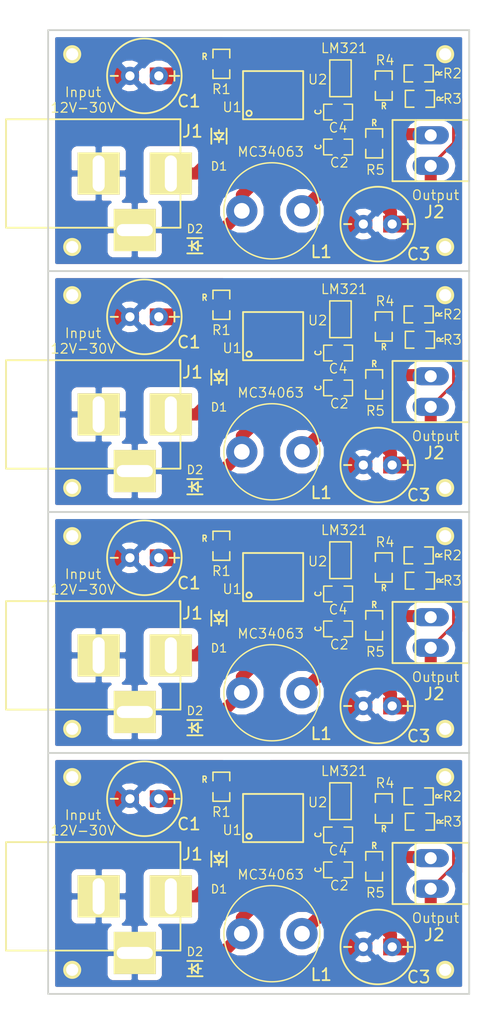
<source format=kicad_pcb>
(kicad_pcb (version 4) (host pcbnew 4.0.7-e2-6376~58~ubuntu14.04.1)
  (layers (0 F.Cu signal) (31 B.Cu signal) (34 B.Paste user) (35 F.Paste user) (36 B.SilkS user) (37 F.SilkS user) (38 B.Mask user hide) (39 F.Mask user hide) (44 Edge.Cuts user))
  (net 0 "")
  (net 1 Earth)
  (net 2 "Net-(C2-Pad1)")
  (net 3 "Net-(C3-Pad1)")
  (net 4 /Vcc)
  (net 5 "Net-(D1-Pad2)")
  (net 6 "Net-(D2-Pad1)")
  (net 7 "Net-(J2-Pad2)")
  (net 8 "Net-(R2-Pad1)")
  (net 9 "Net-(R2-Pad2)")
  (net 10 "Net-(R1-Pad1)")
  (module smps-current-source:RADIAL_TABBED_2.5mm_6.3mm (layer F.Cu) (at 151.4 103.6)
    (fp_text reference C3 (at 3.4 2.5) (layer F.SilkS))
    (fp_text value CP hide)
    (pad 1 smd rect (at 1.2 0) (size 3.5 1.4) (drill (offset 1 0)) (layers F.Cu F.Paste F.Mask) (net 3 "Net-(C3-Pad1)"))
    (pad 2 smd rect (at -1.2 0) (size 3.5 1.4) (drill (offset -1 0)) (layers F.Cu F.Paste F.Mask) (net 1 Earth))
    (pad 2 thru_hole circle (at -1.2 0) (size 1.524 1.524) (drill 0.762) (layers *.Cu *.Mask) (net 1 Earth))
    (pad 1 thru_hole circle (at 1.2 0) (size 1.524 1.524) (drill 0.762) (layers *.Cu *.Mask) (net 3 "Net-(C3-Pad1)"))
  )
  (module smps-current-source:RADIAL_TABBED_2.5mm_6.3mm (layer F.Cu) (at 132 91.3)
    (fp_text reference C1 (at 3.7 2.1) (layer F.SilkS))
    (fp_text value CP hide)
    (pad 1 smd rect (at 1.2 0) (size 3.5 1.4) (drill (offset 1 0)) (layers F.Cu F.Paste F.Mask) (net 4 /Vcc))
    (pad 2 smd rect (at -1.2 0) (size 3.5 1.4) (drill (offset -1 0)) (layers F.Cu F.Paste F.Mask) (net 1 Earth))
    (pad 2 thru_hole circle (at -1.2 0) (size 1.524 1.524) (drill 0.762) (layers *.Cu *.Mask) (net 1 Earth))
    (pad 1 thru_hole circle (at 1.2 0) (size 1.524 1.524) (drill 0.762) (layers *.Cu *.Mask) (net 4 /Vcc))
  )
  (module smps-current-source:SOIC_08_4.0mm_5.0mm_1.27mm (layer F.Cu) (at 142.7 92.9)
    (fp_text reference U1 (at -3.4 1) (layer F.SilkS) (effects (font (size 0.8 0.8) (thickness 0.1))))
    (fp_text value MC34063 (at -0.2 4.7 180) (layer F.SilkS) (effects (font (size 0.8 0.8) (thickness 0.1))))
    (pad 1 smd rect (at -1.905 3.1) (size 0.7 1.6) (layers F.Cu F.Paste F.Mask) (net 4 /Vcc))
    (pad 2 smd rect (at -0.635 3.1) (size 0.7 1.6) (layers F.Cu F.Paste F.Mask) (net 6 "Net-(D2-Pad1)"))
    (pad 3 smd rect (at 0.635 3.1) (size 0.7 1.6) (layers F.Cu F.Paste F.Mask) (net 2 "Net-(C2-Pad1)"))
    (pad 4 smd rect (at 1.905 3.1) (size 0.7 1.6) (layers F.Cu F.Paste F.Mask) (net 1 Earth))
    (pad 5 smd rect (at 1.905 -3.1) (size 0.7 1.6) (layers F.Cu F.Paste F.Mask) (net 8 "Net-(R2-Pad1)"))
    (pad 6 smd rect (at 0.635 -3.1) (size 0.7 1.6) (layers F.Cu F.Paste F.Mask) (net 4 /Vcc))
    (pad 7 smd rect (at -0.635 -3.1) (size 0.7 1.6) (layers F.Cu F.Paste F.Mask) (net 10 "Net-(R1-Pad1)"))
    (pad 8 smd rect (at -1.905 -3.1) (size 0.7 1.6) (layers F.Cu F.Paste F.Mask) (net 4 /Vcc))
  )
  (module smps-current-source:THROUGHVIA (layer F.Cu) (at 157 89.5)
    (fp_text reference J3 hide)
    (fp_text value Conn_01x01 hide)
    (pad 1 thru_hole circle (at 0 0) (size 1.5 1.5) (drill 1) (layers *.Cu *.Mask F.SilkS) (net 1 Earth))
  )
  (module smps-current-source:SM0603_Capa (layer F.Cu) (at 148.1 94.3)
    (fp_text reference C4 (at 0 1.3) (layer F.SilkS) (effects (font (size 0.8 0.8) (thickness 0.1))))
    (fp_text value C (at -1.651 0 90) (layer F.SilkS) (effects (font (size 0.508 0.4572) (thickness 0.1143))))
    (pad 1 smd rect (at -0.762 0) (size 0.635 1.143) (layers F.Cu F.Paste F.Mask) (net 4 /Vcc))
    (pad 2 smd rect (at 0.762 0) (size 0.635 1.143) (layers F.Cu F.Paste F.Mask) (net 1 Earth))
  )
  (module smps-current-source:SOT23-5 (layer F.Cu) (at 148.3 91.5 90)
    (fp_text reference U2 (at -0.1 -1.9 180) (layer F.SilkS) (effects (font (size 0.8 0.8) (thickness 0.1))))
    (fp_text value LM321 (at 2.5 0.3 180) (layer F.SilkS) (effects (font (size 0.8 0.8) (thickness 0.1))))
    (pad 1 smd rect (at -0.9525 1.27 90) (size 0.508 0.762) (layers F.Cu F.Paste F.Mask) (net 7 "Net-(J2-Pad2)"))
    (pad 3 smd rect (at 0.9525 1.27 90) (size 0.508 0.762) (layers F.Cu F.Paste F.Mask) (net 9 "Net-(R2-Pad2)"))
    (pad 5 smd rect (at -0.9525 -1.27 90) (size 0.508 0.762) (layers F.Cu F.Paste F.Mask) (net 4 /Vcc))
    (pad 2 smd rect (at 0 1.27 90) (size 0.508 0.762) (layers F.Cu F.Paste F.Mask) (net 1 Earth))
    (pad 4 smd rect (at 0.9525 -1.27 90) (size 0.508 0.762) (layers F.Cu F.Paste F.Mask) (net 8 "Net-(R2-Pad1)"))
  )
  (module smps-current-source:SM0603_Resistor (layer F.Cu) (at 151.1 96.9 270)
    (fp_text reference R5 (at 2.2 -0.1 360) (layer F.SilkS) (effects (font (size 0.8 0.8) (thickness 0.1))))
    (fp_text value R (at -1.69926 0 360) (layer F.SilkS) (effects (font (size 0.508 0.4572) (thickness 0.1143))))
    (pad 1 smd rect (at -0.762 0 270) (size 0.635 1.143) (layers F.Cu F.Paste F.Mask) (net 7 "Net-(J2-Pad2)"))
    (pad 2 smd rect (at 0.762 0 270) (size 0.635 1.143) (layers F.Cu F.Paste F.Mask) (net 1 Earth))
  )
  (module smps-current-source:SM0603_Resistor (layer F.Cu) (at 151.9 92.1 90)
    (fp_text reference R4 (at 2.1 0.1 180) (layer F.SilkS) (effects (font (size 0.8 0.8) (thickness 0.1))))
    (fp_text value R (at -1.69926 0 180) (layer F.SilkS) (effects (font (size 0.508 0.4572) (thickness 0.1143))))
    (pad 1 smd rect (at -0.762 0 90) (size 0.635 1.143) (layers F.Cu F.Paste F.Mask) (net 1 Earth))
    (pad 2 smd rect (at 0.762 0 90) (size 0.635 1.143) (layers F.Cu F.Paste F.Mask) (net 9 "Net-(R2-Pad2)"))
  )
  (module smps-current-source:SM0603_Resistor (layer F.Cu) (at 154.9 93.2 180)
    (fp_text reference R3 (at -2.7 0 180) (layer F.SilkS) (effects (font (size 0.8 0.8) (thickness 0.1))))
    (fp_text value R (at -1.69926 0 270) (layer F.SilkS) (effects (font (size 0.508 0.4572) (thickness 0.1143))))
    (pad 1 smd rect (at -0.762 0 180) (size 0.635 1.143) (layers F.Cu F.Paste F.Mask) (net 3 "Net-(C3-Pad1)"))
    (pad 2 smd rect (at 0.762 0 180) (size 0.635 1.143) (layers F.Cu F.Paste F.Mask) (net 8 "Net-(R2-Pad1)"))
  )
  (module smps-current-source:SM0603_Resistor (layer F.Cu) (at 154.8 91.1 180)
    (fp_text reference R2 (at -2.8 0 180) (layer F.SilkS) (effects (font (size 0.8 0.8) (thickness 0.1))))
    (fp_text value R (at -1.69926 0 270) (layer F.SilkS) (effects (font (size 0.508 0.4572) (thickness 0.1143))))
    (pad 1 smd rect (at -0.762 0 180) (size 0.635 1.143) (layers F.Cu F.Paste F.Mask) (net 8 "Net-(R2-Pad1)"))
    (pad 2 smd rect (at 0.762 0 180) (size 0.635 1.143) (layers F.Cu F.Paste F.Mask) (net 9 "Net-(R2-Pad2)"))
  )
  (module smps-current-source:SM0603_Resistor (layer F.Cu) (at 138.4 90.3 270)
    (fp_text reference R1 (at 2.1 0 360) (layer F.SilkS) (effects (font (size 0.8 0.8) (thickness 0.1))))
    (fp_text value R (at -0.6 1.4 360) (layer F.SilkS) (effects (font (size 0.508 0.4572) (thickness 0.1143))))
    (pad 1 smd rect (at -0.762 0 270) (size 0.635 1.143) (layers F.Cu F.Paste F.Mask) (net 10 "Net-(R1-Pad1)"))
    (pad 2 smd rect (at 0.762 0 270) (size 0.635 1.143) (layers F.Cu F.Paste F.Mask) (net 4 /Vcc))
  )
  (module smps-current-source:L_Radial_D7.8mm_P5.00mm_Fastron_07HCP (layer F.Cu) (at 140.1 102.5)
    (fp_text reference L1 (at 6.6 3.4) (layer F.SilkS))
    (fp_text value L hide)
    (pad 1 thru_hole circle (at 0 0) (size 2.6 2.6) (drill 1.3) (layers *.Cu *.Mask) (net 6 "Net-(D2-Pad1)"))
    (pad 2 thru_hole circle (at 5 0) (size 2.6 2.6) (drill 1.3) (layers *.Cu *.Mask) (net 3 "Net-(C3-Pad1)"))
  )
  (module smps-current-source:BARREL_JACK (layer F.Cu) (at 128 99.4)
    (fp_text reference J1 (at 8 -3.5) (layer F.SilkS))
    (fp_text value "Input 12V-30V" hide)
    (pad 1 thru_hole rect (at 6.20014 0) (size 3.50012 3.50012) (drill oval 1 3) (layers *.Cu *.Mask F.SilkS) (net 5 "Net-(D1-Pad2)"))
    (pad 2 thru_hole rect (at 0.20066 0) (size 3.50012 3.50012) (drill oval 1 3) (layers *.Cu *.Mask F.SilkS) (net 1 Earth))
    (pad 3 thru_hole rect (at 3.2004 4.699) (size 3.50012 3.50012) (drill oval 3 1) (layers *.Cu *.Mask F.SilkS) (net 1 Earth))
  )
  (module smps-current-source:SOD-323 (layer F.Cu) (at 136.2 105.4 180)
    (fp_text reference D2 (at 0 1.4 360) (layer F.SilkS) (effects (font (size 0.7 0.7) (thickness 0.1))))
    (fp_text value CUS15S30 hide)
    (pad 1 smd rect (at -1.2192 0 180) (size 0.5588 0.6858) (layers F.Cu F.Paste F.Mask) (net 6 "Net-(D2-Pad1)"))
    (pad 2 smd rect (at 1.2192 0 180) (size 0.5588 0.6858) (layers F.Cu F.Paste F.Mask) (net 1 Earth))
  )
  (module smps-current-source:SOD-323 (layer F.Cu) (at 138.2 96.3 270)
    (fp_text reference D1 (at 2.5 0 540) (layer F.SilkS) (effects (font (size 0.7 0.7) (thickness 0.1))))
    (fp_text value CUS15S30 hide)
    (pad 1 smd rect (at -1.2192 0 270) (size 0.5588 0.6858) (layers F.Cu F.Paste F.Mask) (net 4 /Vcc))
    (pad 2 smd rect (at 1.2192 0 270) (size 0.5588 0.6858) (layers F.Cu F.Paste F.Mask) (net 5 "Net-(D1-Pad2)"))
  )
  (module smps-current-source:SM0603_Capa (layer F.Cu) (at 148.1 97.2)
    (fp_text reference C2 (at 0.1 1.3) (layer F.SilkS) (effects (font (size 0.8 0.8) (thickness 0.1))))
    (fp_text value C (at -1.651 0 90) (layer F.SilkS) (effects (font (size 0.508 0.4572) (thickness 0.1143))))
    (pad 1 smd rect (at -0.762 0) (size 0.635 1.143) (layers F.Cu F.Paste F.Mask) (net 2 "Net-(C2-Pad1)"))
    (pad 2 smd rect (at 0.762 0) (size 0.635 1.143) (layers F.Cu F.Paste F.Mask) (net 1 Earth))
  )
  (module smps-current-source:THROUGHVIA (layer F.Cu) (at 126 89.5)
    (fp_text reference J3 hide)
    (fp_text value Conn_01x01 hide)
    (pad 1 thru_hole circle (at 0 0) (size 1.5 1.5) (drill 1) (layers *.Cu *.Mask F.SilkS) (net 1 Earth))
  )
  (module smps-current-source:THROUGHVIA (layer F.Cu) (at 126 105.5)
    (fp_text reference J3 hide)
    (fp_text value Conn_01x01 hide)
    (pad 1 thru_hole circle (at 0 0) (size 1.5 1.5) (drill 1) (layers *.Cu *.Mask F.SilkS) (net 1 Earth))
  )
  (module smps-current-source:THROUGHVIA (layer F.Cu) (at 157 105.5)
    (fp_text reference J3 hide)
    (fp_text value Conn_01x01 hide)
    (pad 1 thru_hole circle (at 0 0) (size 1.5 1.5) (drill 1) (layers *.Cu *.Mask F.SilkS) (net 1 Earth))
  )
  (module smps-current-source:PINHEAD1-2 (layer F.Cu) (at 155.8 97.5 90)
    (fp_text reference J2 (at -5.1 0.3 180) (layer F.SilkS))
    (fp_text value Output hide)
    (pad 1 thru_hole oval (at -1.27 0 90) (size 1.50622 3.01498) (drill 1) (layers *.Cu *.Mask) (net 3 "Net-(C3-Pad1)"))
    (pad 2 thru_hole oval (at 1.27 0 90) (size 1.50622 3.01498) (drill 1) (layers *.Cu *.Mask) (net 7 "Net-(J2-Pad2)"))
  )
  (module smps-current-source:THROUGHVIA (layer F.Cu) (at 157 85.5)
    (fp_text reference J3 hide)
    (fp_text value Conn_01x01 hide)
    (pad 1 thru_hole circle (at 0 0) (size 1.5 1.5) (drill 1) (layers *.Cu *.Mask F.SilkS) (net 1 Earth))
  )
  (module smps-current-source:THROUGHVIA (layer F.Cu) (at 126 85.5)
    (fp_text reference J3 hide)
    (fp_text value Conn_01x01 hide)
    (pad 1 thru_hole circle (at 0 0) (size 1.5 1.5) (drill 1) (layers *.Cu *.Mask F.SilkS) (net 1 Earth))
  )
  (module smps-current-source:THROUGHVIA (layer F.Cu) (at 126 69.5)
    (fp_text reference J3 hide)
    (fp_text value Conn_01x01 hide)
    (pad 1 thru_hole circle (at 0 0) (size 1.5 1.5) (drill 1) (layers *.Cu *.Mask F.SilkS) (net 1 Earth))
  )
  (module smps-current-source:SM0603_Capa (layer F.Cu) (at 148.1 77.2)
    (fp_text reference C2 (at 0.1 1.3) (layer F.SilkS) (effects (font (size 0.8 0.8) (thickness 0.1))))
    (fp_text value C (at -1.651 0 90) (layer F.SilkS) (effects (font (size 0.508 0.4572) (thickness 0.1143))))
    (pad 1 smd rect (at -0.762 0) (size 0.635 1.143) (layers F.Cu F.Paste F.Mask) (net 2 "Net-(C2-Pad1)"))
    (pad 2 smd rect (at 0.762 0) (size 0.635 1.143) (layers F.Cu F.Paste F.Mask) (net 1 Earth))
  )
  (module smps-current-source:SOD-323 (layer F.Cu) (at 138.2 76.3 270)
    (fp_text reference D1 (at 2.5 0 540) (layer F.SilkS) (effects (font (size 0.7 0.7) (thickness 0.1))))
    (fp_text value CUS15S30 hide)
    (pad 1 smd rect (at -1.2192 0 270) (size 0.5588 0.6858) (layers F.Cu F.Paste F.Mask) (net 4 /Vcc))
    (pad 2 smd rect (at 1.2192 0 270) (size 0.5588 0.6858) (layers F.Cu F.Paste F.Mask) (net 5 "Net-(D1-Pad2)"))
  )
  (module smps-current-source:SOD-323 (layer F.Cu) (at 136.2 85.4 180)
    (fp_text reference D2 (at 0 1.4 360) (layer F.SilkS) (effects (font (size 0.7 0.7) (thickness 0.1))))
    (fp_text value CUS15S30 hide)
    (pad 1 smd rect (at -1.2192 0 180) (size 0.5588 0.6858) (layers F.Cu F.Paste F.Mask) (net 6 "Net-(D2-Pad1)"))
    (pad 2 smd rect (at 1.2192 0 180) (size 0.5588 0.6858) (layers F.Cu F.Paste F.Mask) (net 1 Earth))
  )
  (module smps-current-source:BARREL_JACK (layer F.Cu) (at 128 79.4)
    (fp_text reference J1 (at 8 -3.5) (layer F.SilkS))
    (fp_text value "Input 12V-30V" hide)
    (pad 1 thru_hole rect (at 6.20014 0) (size 3.50012 3.50012) (drill oval 1 3) (layers *.Cu *.Mask F.SilkS) (net 5 "Net-(D1-Pad2)"))
    (pad 2 thru_hole rect (at 0.20066 0) (size 3.50012 3.50012) (drill oval 1 3) (layers *.Cu *.Mask F.SilkS) (net 1 Earth))
    (pad 3 thru_hole rect (at 3.2004 4.699) (size 3.50012 3.50012) (drill oval 3 1) (layers *.Cu *.Mask F.SilkS) (net 1 Earth))
  )
  (module smps-current-source:PINHEAD1-2 (layer F.Cu) (at 155.8 77.5 90)
    (fp_text reference J2 (at -5.1 0.3 180) (layer F.SilkS))
    (fp_text value Output hide)
    (pad 1 thru_hole oval (at -1.27 0 90) (size 1.50622 3.01498) (drill 1) (layers *.Cu *.Mask) (net 3 "Net-(C3-Pad1)"))
    (pad 2 thru_hole oval (at 1.27 0 90) (size 1.50622 3.01498) (drill 1) (layers *.Cu *.Mask) (net 7 "Net-(J2-Pad2)"))
  )
  (module smps-current-source:L_Radial_D7.8mm_P5.00mm_Fastron_07HCP (layer F.Cu) (at 140.1 82.5)
    (fp_text reference L1 (at 6.6 3.4) (layer F.SilkS))
    (fp_text value L hide)
    (pad 1 thru_hole circle (at 0 0) (size 2.6 2.6) (drill 1.3) (layers *.Cu *.Mask) (net 6 "Net-(D2-Pad1)"))
    (pad 2 thru_hole circle (at 5 0) (size 2.6 2.6) (drill 1.3) (layers *.Cu *.Mask) (net 3 "Net-(C3-Pad1)"))
  )
  (module smps-current-source:SM0603_Resistor (layer F.Cu) (at 138.4 70.3 270)
    (fp_text reference R1 (at 2.1 0 360) (layer F.SilkS) (effects (font (size 0.8 0.8) (thickness 0.1))))
    (fp_text value R (at -0.6 1.4 360) (layer F.SilkS) (effects (font (size 0.508 0.4572) (thickness 0.1143))))
    (pad 1 smd rect (at -0.762 0 270) (size 0.635 1.143) (layers F.Cu F.Paste F.Mask) (net 10 "Net-(R1-Pad1)"))
    (pad 2 smd rect (at 0.762 0 270) (size 0.635 1.143) (layers F.Cu F.Paste F.Mask) (net 4 /Vcc))
  )
  (module smps-current-source:SM0603_Resistor (layer F.Cu) (at 154.8 71.1 180)
    (fp_text reference R2 (at -2.8 0 180) (layer F.SilkS) (effects (font (size 0.8 0.8) (thickness 0.1))))
    (fp_text value R (at -1.69926 0 270) (layer F.SilkS) (effects (font (size 0.508 0.4572) (thickness 0.1143))))
    (pad 1 smd rect (at -0.762 0 180) (size 0.635 1.143) (layers F.Cu F.Paste F.Mask) (net 8 "Net-(R2-Pad1)"))
    (pad 2 smd rect (at 0.762 0 180) (size 0.635 1.143) (layers F.Cu F.Paste F.Mask) (net 9 "Net-(R2-Pad2)"))
  )
  (module smps-current-source:SM0603_Resistor (layer F.Cu) (at 154.9 73.2 180)
    (fp_text reference R3 (at -2.7 0 180) (layer F.SilkS) (effects (font (size 0.8 0.8) (thickness 0.1))))
    (fp_text value R (at -1.69926 0 270) (layer F.SilkS) (effects (font (size 0.508 0.4572) (thickness 0.1143))))
    (pad 1 smd rect (at -0.762 0 180) (size 0.635 1.143) (layers F.Cu F.Paste F.Mask) (net 3 "Net-(C3-Pad1)"))
    (pad 2 smd rect (at 0.762 0 180) (size 0.635 1.143) (layers F.Cu F.Paste F.Mask) (net 8 "Net-(R2-Pad1)"))
  )
  (module smps-current-source:SM0603_Resistor (layer F.Cu) (at 151.9 72.1 90)
    (fp_text reference R4 (at 2.1 0.1 180) (layer F.SilkS) (effects (font (size 0.8 0.8) (thickness 0.1))))
    (fp_text value R (at -1.69926 0 180) (layer F.SilkS) (effects (font (size 0.508 0.4572) (thickness 0.1143))))
    (pad 1 smd rect (at -0.762 0 90) (size 0.635 1.143) (layers F.Cu F.Paste F.Mask) (net 1 Earth))
    (pad 2 smd rect (at 0.762 0 90) (size 0.635 1.143) (layers F.Cu F.Paste F.Mask) (net 9 "Net-(R2-Pad2)"))
  )
  (module smps-current-source:SM0603_Resistor (layer F.Cu) (at 151.1 76.9 270)
    (fp_text reference R5 (at 2.2 -0.1 360) (layer F.SilkS) (effects (font (size 0.8 0.8) (thickness 0.1))))
    (fp_text value R (at -1.69926 0 360) (layer F.SilkS) (effects (font (size 0.508 0.4572) (thickness 0.1143))))
    (pad 1 smd rect (at -0.762 0 270) (size 0.635 1.143) (layers F.Cu F.Paste F.Mask) (net 7 "Net-(J2-Pad2)"))
    (pad 2 smd rect (at 0.762 0 270) (size 0.635 1.143) (layers F.Cu F.Paste F.Mask) (net 1 Earth))
  )
  (module smps-current-source:SOT23-5 (layer F.Cu) (at 148.3 71.5 90)
    (fp_text reference U2 (at -0.1 -1.9 180) (layer F.SilkS) (effects (font (size 0.8 0.8) (thickness 0.1))))
    (fp_text value LM321 (at 2.5 0.3 180) (layer F.SilkS) (effects (font (size 0.8 0.8) (thickness 0.1))))
    (pad 1 smd rect (at -0.9525 1.27 90) (size 0.508 0.762) (layers F.Cu F.Paste F.Mask) (net 7 "Net-(J2-Pad2)"))
    (pad 3 smd rect (at 0.9525 1.27 90) (size 0.508 0.762) (layers F.Cu F.Paste F.Mask) (net 9 "Net-(R2-Pad2)"))
    (pad 5 smd rect (at -0.9525 -1.27 90) (size 0.508 0.762) (layers F.Cu F.Paste F.Mask) (net 4 /Vcc))
    (pad 2 smd rect (at 0 1.27 90) (size 0.508 0.762) (layers F.Cu F.Paste F.Mask) (net 1 Earth))
    (pad 4 smd rect (at 0.9525 -1.27 90) (size 0.508 0.762) (layers F.Cu F.Paste F.Mask) (net 8 "Net-(R2-Pad1)"))
  )
  (module smps-current-source:SM0603_Capa (layer F.Cu) (at 148.1 74.3)
    (fp_text reference C4 (at 0 1.3) (layer F.SilkS) (effects (font (size 0.8 0.8) (thickness 0.1))))
    (fp_text value C (at -1.651 0 90) (layer F.SilkS) (effects (font (size 0.508 0.4572) (thickness 0.1143))))
    (pad 1 smd rect (at -0.762 0) (size 0.635 1.143) (layers F.Cu F.Paste F.Mask) (net 4 /Vcc))
    (pad 2 smd rect (at 0.762 0) (size 0.635 1.143) (layers F.Cu F.Paste F.Mask) (net 1 Earth))
  )
  (module smps-current-source:THROUGHVIA (layer F.Cu) (at 157 69.5)
    (fp_text reference J3 hide)
    (fp_text value Conn_01x01 hide)
    (pad 1 thru_hole circle (at 0 0) (size 1.5 1.5) (drill 1) (layers *.Cu *.Mask F.SilkS) (net 1 Earth))
  )
  (module smps-current-source:SOIC_08_4.0mm_5.0mm_1.27mm (layer F.Cu) (at 142.7 72.9)
    (fp_text reference U1 (at -3.4 1) (layer F.SilkS) (effects (font (size 0.8 0.8) (thickness 0.1))))
    (fp_text value MC34063 (at -0.2 4.7 180) (layer F.SilkS) (effects (font (size 0.8 0.8) (thickness 0.1))))
    (pad 1 smd rect (at -1.905 3.1) (size 0.7 1.6) (layers F.Cu F.Paste F.Mask) (net 4 /Vcc))
    (pad 2 smd rect (at -0.635 3.1) (size 0.7 1.6) (layers F.Cu F.Paste F.Mask) (net 6 "Net-(D2-Pad1)"))
    (pad 3 smd rect (at 0.635 3.1) (size 0.7 1.6) (layers F.Cu F.Paste F.Mask) (net 2 "Net-(C2-Pad1)"))
    (pad 4 smd rect (at 1.905 3.1) (size 0.7 1.6) (layers F.Cu F.Paste F.Mask) (net 1 Earth))
    (pad 5 smd rect (at 1.905 -3.1) (size 0.7 1.6) (layers F.Cu F.Paste F.Mask) (net 8 "Net-(R2-Pad1)"))
    (pad 6 smd rect (at 0.635 -3.1) (size 0.7 1.6) (layers F.Cu F.Paste F.Mask) (net 4 /Vcc))
    (pad 7 smd rect (at -0.635 -3.1) (size 0.7 1.6) (layers F.Cu F.Paste F.Mask) (net 10 "Net-(R1-Pad1)"))
    (pad 8 smd rect (at -1.905 -3.1) (size 0.7 1.6) (layers F.Cu F.Paste F.Mask) (net 4 /Vcc))
  )
  (module smps-current-source:RADIAL_TABBED_2.5mm_6.3mm (layer F.Cu) (at 132 71.3)
    (fp_text reference C1 (at 3.7 2.1) (layer F.SilkS))
    (fp_text value CP hide)
    (pad 1 smd rect (at 1.2 0) (size 3.5 1.4) (drill (offset 1 0)) (layers F.Cu F.Paste F.Mask) (net 4 /Vcc))
    (pad 2 smd rect (at -1.2 0) (size 3.5 1.4) (drill (offset -1 0)) (layers F.Cu F.Paste F.Mask) (net 1 Earth))
    (pad 2 thru_hole circle (at -1.2 0) (size 1.524 1.524) (drill 0.762) (layers *.Cu *.Mask) (net 1 Earth))
    (pad 1 thru_hole circle (at 1.2 0) (size 1.524 1.524) (drill 0.762) (layers *.Cu *.Mask) (net 4 /Vcc))
  )
  (module smps-current-source:RADIAL_TABBED_2.5mm_6.3mm (layer F.Cu) (at 151.4 83.6)
    (fp_text reference C3 (at 3.4 2.5) (layer F.SilkS))
    (fp_text value CP hide)
    (pad 1 smd rect (at 1.2 0) (size 3.5 1.4) (drill (offset 1 0)) (layers F.Cu F.Paste F.Mask) (net 3 "Net-(C3-Pad1)"))
    (pad 2 smd rect (at -1.2 0) (size 3.5 1.4) (drill (offset -1 0)) (layers F.Cu F.Paste F.Mask) (net 1 Earth))
    (pad 2 thru_hole circle (at -1.2 0) (size 1.524 1.524) (drill 0.762) (layers *.Cu *.Mask) (net 1 Earth))
    (pad 1 thru_hole circle (at 1.2 0) (size 1.524 1.524) (drill 0.762) (layers *.Cu *.Mask) (net 3 "Net-(C3-Pad1)"))
  )
  (module smps-current-source:RADIAL_TABBED_2.5mm_6.3mm (layer F.Cu) (at 151.4 123.6)
    (fp_text reference C3 (at 3.4 2.5) (layer F.SilkS))
    (fp_text value CP hide)
    (pad 1 smd rect (at 1.2 0) (size 3.5 1.4) (drill (offset 1 0)) (layers F.Cu F.Paste F.Mask) (net 3 "Net-(C3-Pad1)"))
    (pad 2 smd rect (at -1.2 0) (size 3.5 1.4) (drill (offset -1 0)) (layers F.Cu F.Paste F.Mask) (net 1 Earth))
    (pad 2 thru_hole circle (at -1.2 0) (size 1.524 1.524) (drill 0.762) (layers *.Cu *.Mask) (net 1 Earth))
    (pad 1 thru_hole circle (at 1.2 0) (size 1.524 1.524) (drill 0.762) (layers *.Cu *.Mask) (net 3 "Net-(C3-Pad1)"))
  )
  (module smps-current-source:RADIAL_TABBED_2.5mm_6.3mm (layer F.Cu) (at 132 111.3)
    (fp_text reference C1 (at 3.7 2.1) (layer F.SilkS))
    (fp_text value CP hide)
    (pad 1 smd rect (at 1.2 0) (size 3.5 1.4) (drill (offset 1 0)) (layers F.Cu F.Paste F.Mask) (net 4 /Vcc))
    (pad 2 smd rect (at -1.2 0) (size 3.5 1.4) (drill (offset -1 0)) (layers F.Cu F.Paste F.Mask) (net 1 Earth))
    (pad 2 thru_hole circle (at -1.2 0) (size 1.524 1.524) (drill 0.762) (layers *.Cu *.Mask) (net 1 Earth))
    (pad 1 thru_hole circle (at 1.2 0) (size 1.524 1.524) (drill 0.762) (layers *.Cu *.Mask) (net 4 /Vcc))
  )
  (module smps-current-source:SOIC_08_4.0mm_5.0mm_1.27mm (layer F.Cu) (at 142.7 112.9)
    (fp_text reference U1 (at -3.4 1) (layer F.SilkS) (effects (font (size 0.8 0.8) (thickness 0.1))))
    (fp_text value MC34063 (at -0.2 4.7 180) (layer F.SilkS) (effects (font (size 0.8 0.8) (thickness 0.1))))
    (pad 1 smd rect (at -1.905 3.1) (size 0.7 1.6) (layers F.Cu F.Paste F.Mask) (net 4 /Vcc))
    (pad 2 smd rect (at -0.635 3.1) (size 0.7 1.6) (layers F.Cu F.Paste F.Mask) (net 6 "Net-(D2-Pad1)"))
    (pad 3 smd rect (at 0.635 3.1) (size 0.7 1.6) (layers F.Cu F.Paste F.Mask) (net 2 "Net-(C2-Pad1)"))
    (pad 4 smd rect (at 1.905 3.1) (size 0.7 1.6) (layers F.Cu F.Paste F.Mask) (net 1 Earth))
    (pad 5 smd rect (at 1.905 -3.1) (size 0.7 1.6) (layers F.Cu F.Paste F.Mask) (net 8 "Net-(R2-Pad1)"))
    (pad 6 smd rect (at 0.635 -3.1) (size 0.7 1.6) (layers F.Cu F.Paste F.Mask) (net 4 /Vcc))
    (pad 7 smd rect (at -0.635 -3.1) (size 0.7 1.6) (layers F.Cu F.Paste F.Mask) (net 10 "Net-(R1-Pad1)"))
    (pad 8 smd rect (at -1.905 -3.1) (size 0.7 1.6) (layers F.Cu F.Paste F.Mask) (net 4 /Vcc))
  )
  (module smps-current-source:THROUGHVIA (layer F.Cu) (at 157 109.5)
    (fp_text reference J3 hide)
    (fp_text value Conn_01x01 hide)
    (pad 1 thru_hole circle (at 0 0) (size 1.5 1.5) (drill 1) (layers *.Cu *.Mask F.SilkS) (net 1 Earth))
  )
  (module smps-current-source:SM0603_Capa (layer F.Cu) (at 148.1 114.3)
    (fp_text reference C4 (at 0 1.3) (layer F.SilkS) (effects (font (size 0.8 0.8) (thickness 0.1))))
    (fp_text value C (at -1.651 0 90) (layer F.SilkS) (effects (font (size 0.508 0.4572) (thickness 0.1143))))
    (pad 1 smd rect (at -0.762 0) (size 0.635 1.143) (layers F.Cu F.Paste F.Mask) (net 4 /Vcc))
    (pad 2 smd rect (at 0.762 0) (size 0.635 1.143) (layers F.Cu F.Paste F.Mask) (net 1 Earth))
  )
  (module smps-current-source:SOT23-5 (layer F.Cu) (at 148.3 111.5 90)
    (fp_text reference U2 (at -0.1 -1.9 180) (layer F.SilkS) (effects (font (size 0.8 0.8) (thickness 0.1))))
    (fp_text value LM321 (at 2.5 0.3 180) (layer F.SilkS) (effects (font (size 0.8 0.8) (thickness 0.1))))
    (pad 1 smd rect (at -0.9525 1.27 90) (size 0.508 0.762) (layers F.Cu F.Paste F.Mask) (net 7 "Net-(J2-Pad2)"))
    (pad 3 smd rect (at 0.9525 1.27 90) (size 0.508 0.762) (layers F.Cu F.Paste F.Mask) (net 9 "Net-(R2-Pad2)"))
    (pad 5 smd rect (at -0.9525 -1.27 90) (size 0.508 0.762) (layers F.Cu F.Paste F.Mask) (net 4 /Vcc))
    (pad 2 smd rect (at 0 1.27 90) (size 0.508 0.762) (layers F.Cu F.Paste F.Mask) (net 1 Earth))
    (pad 4 smd rect (at 0.9525 -1.27 90) (size 0.508 0.762) (layers F.Cu F.Paste F.Mask) (net 8 "Net-(R2-Pad1)"))
  )
  (module smps-current-source:SM0603_Resistor (layer F.Cu) (at 151.1 116.9 270)
    (fp_text reference R5 (at 2.2 -0.1 360) (layer F.SilkS) (effects (font (size 0.8 0.8) (thickness 0.1))))
    (fp_text value R (at -1.69926 0 360) (layer F.SilkS) (effects (font (size 0.508 0.4572) (thickness 0.1143))))
    (pad 1 smd rect (at -0.762 0 270) (size 0.635 1.143) (layers F.Cu F.Paste F.Mask) (net 7 "Net-(J2-Pad2)"))
    (pad 2 smd rect (at 0.762 0 270) (size 0.635 1.143) (layers F.Cu F.Paste F.Mask) (net 1 Earth))
  )
  (module smps-current-source:SM0603_Resistor (layer F.Cu) (at 151.9 112.1 90)
    (fp_text reference R4 (at 2.1 0.1 180) (layer F.SilkS) (effects (font (size 0.8 0.8) (thickness 0.1))))
    (fp_text value R (at -1.69926 0 180) (layer F.SilkS) (effects (font (size 0.508 0.4572) (thickness 0.1143))))
    (pad 1 smd rect (at -0.762 0 90) (size 0.635 1.143) (layers F.Cu F.Paste F.Mask) (net 1 Earth))
    (pad 2 smd rect (at 0.762 0 90) (size 0.635 1.143) (layers F.Cu F.Paste F.Mask) (net 9 "Net-(R2-Pad2)"))
  )
  (module smps-current-source:SM0603_Resistor (layer F.Cu) (at 154.9 113.2 180)
    (fp_text reference R3 (at -2.7 0 180) (layer F.SilkS) (effects (font (size 0.8 0.8) (thickness 0.1))))
    (fp_text value R (at -1.69926 0 270) (layer F.SilkS) (effects (font (size 0.508 0.4572) (thickness 0.1143))))
    (pad 1 smd rect (at -0.762 0 180) (size 0.635 1.143) (layers F.Cu F.Paste F.Mask) (net 3 "Net-(C3-Pad1)"))
    (pad 2 smd rect (at 0.762 0 180) (size 0.635 1.143) (layers F.Cu F.Paste F.Mask) (net 8 "Net-(R2-Pad1)"))
  )
  (module smps-current-source:SM0603_Resistor (layer F.Cu) (at 154.8 111.1 180)
    (fp_text reference R2 (at -2.8 0 180) (layer F.SilkS) (effects (font (size 0.8 0.8) (thickness 0.1))))
    (fp_text value R (at -1.69926 0 270) (layer F.SilkS) (effects (font (size 0.508 0.4572) (thickness 0.1143))))
    (pad 1 smd rect (at -0.762 0 180) (size 0.635 1.143) (layers F.Cu F.Paste F.Mask) (net 8 "Net-(R2-Pad1)"))
    (pad 2 smd rect (at 0.762 0 180) (size 0.635 1.143) (layers F.Cu F.Paste F.Mask) (net 9 "Net-(R2-Pad2)"))
  )
  (module smps-current-source:SM0603_Resistor (layer F.Cu) (at 138.4 110.3 270)
    (fp_text reference R1 (at 2.1 0 360) (layer F.SilkS) (effects (font (size 0.8 0.8) (thickness 0.1))))
    (fp_text value R (at -0.6 1.4 360) (layer F.SilkS) (effects (font (size 0.508 0.4572) (thickness 0.1143))))
    (pad 1 smd rect (at -0.762 0 270) (size 0.635 1.143) (layers F.Cu F.Paste F.Mask) (net 10 "Net-(R1-Pad1)"))
    (pad 2 smd rect (at 0.762 0 270) (size 0.635 1.143) (layers F.Cu F.Paste F.Mask) (net 4 /Vcc))
  )
  (module smps-current-source:L_Radial_D7.8mm_P5.00mm_Fastron_07HCP (layer F.Cu) (at 140.1 122.5)
    (fp_text reference L1 (at 6.6 3.4) (layer F.SilkS))
    (fp_text value L hide)
    (pad 1 thru_hole circle (at 0 0) (size 2.6 2.6) (drill 1.3) (layers *.Cu *.Mask) (net 6 "Net-(D2-Pad1)"))
    (pad 2 thru_hole circle (at 5 0) (size 2.6 2.6) (drill 1.3) (layers *.Cu *.Mask) (net 3 "Net-(C3-Pad1)"))
  )
  (module smps-current-source:PINHEAD1-2 (layer F.Cu) (at 155.8 117.5 90)
    (fp_text reference J2 (at -5.1 0.3 180) (layer F.SilkS))
    (fp_text value Output hide)
    (pad 1 thru_hole oval (at -1.27 0 90) (size 1.50622 3.01498) (drill 1) (layers *.Cu *.Mask) (net 3 "Net-(C3-Pad1)"))
    (pad 2 thru_hole oval (at 1.27 0 90) (size 1.50622 3.01498) (drill 1) (layers *.Cu *.Mask) (net 7 "Net-(J2-Pad2)"))
  )
  (module smps-current-source:BARREL_JACK (layer F.Cu) (at 128 119.4)
    (fp_text reference J1 (at 8 -3.5) (layer F.SilkS))
    (fp_text value "Input 12V-30V" hide)
    (pad 1 thru_hole rect (at 6.20014 0) (size 3.50012 3.50012) (drill oval 1 3) (layers *.Cu *.Mask F.SilkS) (net 5 "Net-(D1-Pad2)"))
    (pad 2 thru_hole rect (at 0.20066 0) (size 3.50012 3.50012) (drill oval 1 3) (layers *.Cu *.Mask F.SilkS) (net 1 Earth))
    (pad 3 thru_hole rect (at 3.2004 4.699) (size 3.50012 3.50012) (drill oval 3 1) (layers *.Cu *.Mask F.SilkS) (net 1 Earth))
  )
  (module smps-current-source:SOD-323 (layer F.Cu) (at 136.2 125.4 180)
    (fp_text reference D2 (at 0 1.4 360) (layer F.SilkS) (effects (font (size 0.7 0.7) (thickness 0.1))))
    (fp_text value CUS15S30 hide)
    (pad 1 smd rect (at -1.2192 0 180) (size 0.5588 0.6858) (layers F.Cu F.Paste F.Mask) (net 6 "Net-(D2-Pad1)"))
    (pad 2 smd rect (at 1.2192 0 180) (size 0.5588 0.6858) (layers F.Cu F.Paste F.Mask) (net 1 Earth))
  )
  (module smps-current-source:SOD-323 (layer F.Cu) (at 138.2 116.3 270)
    (fp_text reference D1 (at 2.5 0 540) (layer F.SilkS) (effects (font (size 0.7 0.7) (thickness 0.1))))
    (fp_text value CUS15S30 hide)
    (pad 1 smd rect (at -1.2192 0 270) (size 0.5588 0.6858) (layers F.Cu F.Paste F.Mask) (net 4 /Vcc))
    (pad 2 smd rect (at 1.2192 0 270) (size 0.5588 0.6858) (layers F.Cu F.Paste F.Mask) (net 5 "Net-(D1-Pad2)"))
  )
  (module smps-current-source:SM0603_Capa (layer F.Cu) (at 148.1 117.2)
    (fp_text reference C2 (at 0.1 1.3) (layer F.SilkS) (effects (font (size 0.8 0.8) (thickness 0.1))))
    (fp_text value C (at -1.651 0 90) (layer F.SilkS) (effects (font (size 0.508 0.4572) (thickness 0.1143))))
    (pad 1 smd rect (at -0.762 0) (size 0.635 1.143) (layers F.Cu F.Paste F.Mask) (net 2 "Net-(C2-Pad1)"))
    (pad 2 smd rect (at 0.762 0) (size 0.635 1.143) (layers F.Cu F.Paste F.Mask) (net 1 Earth))
  )
  (module smps-current-source:THROUGHVIA (layer F.Cu) (at 126 109.5)
    (fp_text reference J3 hide)
    (fp_text value Conn_01x01 hide)
    (pad 1 thru_hole circle (at 0 0) (size 1.5 1.5) (drill 1) (layers *.Cu *.Mask F.SilkS) (net 1 Earth))
  )
  (module smps-current-source:THROUGHVIA (layer F.Cu) (at 126 125.5)
    (fp_text reference J3 hide)
    (fp_text value Conn_01x01 hide)
    (pad 1 thru_hole circle (at 0 0) (size 1.5 1.5) (drill 1) (layers *.Cu *.Mask F.SilkS) (net 1 Earth))
  )
  (module smps-current-source:THROUGHVIA (layer F.Cu) (at 157 125.5)
    (fp_text reference J3 hide)
    (fp_text value Conn_01x01 hide)
    (pad 1 thru_hole circle (at 0 0) (size 1.5 1.5) (drill 1) (layers *.Cu *.Mask F.SilkS) (net 1 Earth))
  )
  (module smps-current-source:PINHEAD1-2 (layer F.Cu) (at 155.8 137.5 90)
    (fp_text reference J2 (at -5.1 0.3 180) (layer F.SilkS))
    (fp_text value Output hide)
    (pad 1 thru_hole oval (at -1.27 0 90) (size 1.50622 3.01498) (drill 1) (layers *.Cu *.Mask) (net 3 "Net-(C3-Pad1)"))
    (pad 2 thru_hole oval (at 1.27 0 90) (size 1.50622 3.01498) (drill 1) (layers *.Cu *.Mask) (net 7 "Net-(J2-Pad2)"))
  )
  (module smps-current-source:THROUGHVIA (layer F.Cu) (at 157 145.5)
    (fp_text reference J3 hide)
    (fp_text value Conn_01x01 hide)
    (pad 1 thru_hole circle (at 0 0) (size 1.5 1.5) (drill 1) (layers *.Cu *.Mask F.SilkS) (net 1 Earth))
  )
  (module smps-current-source:THROUGHVIA (layer F.Cu) (at 126 145.5)
    (fp_text reference J3 hide)
    (fp_text value Conn_01x01 hide)
    (pad 1 thru_hole circle (at 0 0) (size 1.5 1.5) (drill 1) (layers *.Cu *.Mask F.SilkS) (net 1 Earth))
  )
  (module smps-current-source:THROUGHVIA (layer F.Cu) (at 126 129.5)
    (fp_text reference J3 hide)
    (fp_text value Conn_01x01 hide)
    (pad 1 thru_hole circle (at 0 0) (size 1.5 1.5) (drill 1) (layers *.Cu *.Mask F.SilkS) (net 1 Earth))
  )
  (module smps-current-source:SM0603_Capa (layer F.Cu) (at 148.1 137.2)
    (fp_text reference C2 (at 0.1 1.3) (layer F.SilkS) (effects (font (size 0.8 0.8) (thickness 0.1))))
    (fp_text value C (at -1.651 0 90) (layer F.SilkS) (effects (font (size 0.508 0.4572) (thickness 0.1143))))
    (pad 1 smd rect (at -0.762 0) (size 0.635 1.143) (layers F.Cu F.Paste F.Mask) (net 2 "Net-(C2-Pad1)"))
    (pad 2 smd rect (at 0.762 0) (size 0.635 1.143) (layers F.Cu F.Paste F.Mask) (net 1 Earth))
  )
  (module smps-current-source:SOD-323 (layer F.Cu) (at 138.2 136.3 270)
    (fp_text reference D1 (at 2.5 0 540) (layer F.SilkS) (effects (font (size 0.7 0.7) (thickness 0.1))))
    (fp_text value CUS15S30 hide)
    (pad 1 smd rect (at -1.2192 0 270) (size 0.5588 0.6858) (layers F.Cu F.Paste F.Mask) (net 4 /Vcc))
    (pad 2 smd rect (at 1.2192 0 270) (size 0.5588 0.6858) (layers F.Cu F.Paste F.Mask) (net 5 "Net-(D1-Pad2)"))
  )
  (module smps-current-source:SOD-323 (layer F.Cu) (at 136.2 145.4 180)
    (fp_text reference D2 (at 0 1.4 360) (layer F.SilkS) (effects (font (size 0.7 0.7) (thickness 0.1))))
    (fp_text value CUS15S30 hide)
    (pad 1 smd rect (at -1.2192 0 180) (size 0.5588 0.6858) (layers F.Cu F.Paste F.Mask) (net 6 "Net-(D2-Pad1)"))
    (pad 2 smd rect (at 1.2192 0 180) (size 0.5588 0.6858) (layers F.Cu F.Paste F.Mask) (net 1 Earth))
  )
  (module smps-current-source:BARREL_JACK (layer F.Cu) (at 128 139.4)
    (fp_text reference J1 (at 8 -3.5) (layer F.SilkS))
    (fp_text value "Input 12V-30V" hide)
    (pad 1 thru_hole rect (at 6.20014 0) (size 3.50012 3.50012) (drill oval 1 3) (layers *.Cu *.Mask F.SilkS) (net 5 "Net-(D1-Pad2)"))
    (pad 2 thru_hole rect (at 0.20066 0) (size 3.50012 3.50012) (drill oval 1 3) (layers *.Cu *.Mask F.SilkS) (net 1 Earth))
    (pad 3 thru_hole rect (at 3.2004 4.699) (size 3.50012 3.50012) (drill oval 3 1) (layers *.Cu *.Mask F.SilkS) (net 1 Earth))
  )
  (module smps-current-source:L_Radial_D7.8mm_P5.00mm_Fastron_07HCP (layer F.Cu) (at 140.1 142.5)
    (fp_text reference L1 (at 6.6 3.4) (layer F.SilkS))
    (fp_text value L hide)
    (pad 1 thru_hole circle (at 0 0) (size 2.6 2.6) (drill 1.3) (layers *.Cu *.Mask) (net 6 "Net-(D2-Pad1)"))
    (pad 2 thru_hole circle (at 5 0) (size 2.6 2.6) (drill 1.3) (layers *.Cu *.Mask) (net 3 "Net-(C3-Pad1)"))
  )
  (module smps-current-source:SM0603_Resistor (layer F.Cu) (at 138.4 130.3 270)
    (fp_text reference R1 (at 2.1 0 360) (layer F.SilkS) (effects (font (size 0.8 0.8) (thickness 0.1))))
    (fp_text value R (at -0.6 1.4 360) (layer F.SilkS) (effects (font (size 0.508 0.4572) (thickness 0.1143))))
    (pad 1 smd rect (at -0.762 0 270) (size 0.635 1.143) (layers F.Cu F.Paste F.Mask) (net 10 "Net-(R1-Pad1)"))
    (pad 2 smd rect (at 0.762 0 270) (size 0.635 1.143) (layers F.Cu F.Paste F.Mask) (net 4 /Vcc))
  )
  (module smps-current-source:SM0603_Resistor (layer F.Cu) (at 154.8 131.1 180)
    (fp_text reference R2 (at -2.8 0 180) (layer F.SilkS) (effects (font (size 0.8 0.8) (thickness 0.1))))
    (fp_text value R (at -1.69926 0 270) (layer F.SilkS) (effects (font (size 0.508 0.4572) (thickness 0.1143))))
    (pad 1 smd rect (at -0.762 0 180) (size 0.635 1.143) (layers F.Cu F.Paste F.Mask) (net 8 "Net-(R2-Pad1)"))
    (pad 2 smd rect (at 0.762 0 180) (size 0.635 1.143) (layers F.Cu F.Paste F.Mask) (net 9 "Net-(R2-Pad2)"))
  )
  (module smps-current-source:SM0603_Resistor (layer F.Cu) (at 154.9 133.2 180)
    (fp_text reference R3 (at -2.7 0 180) (layer F.SilkS) (effects (font (size 0.8 0.8) (thickness 0.1))))
    (fp_text value R (at -1.69926 0 270) (layer F.SilkS) (effects (font (size 0.508 0.4572) (thickness 0.1143))))
    (pad 1 smd rect (at -0.762 0 180) (size 0.635 1.143) (layers F.Cu F.Paste F.Mask) (net 3 "Net-(C3-Pad1)"))
    (pad 2 smd rect (at 0.762 0 180) (size 0.635 1.143) (layers F.Cu F.Paste F.Mask) (net 8 "Net-(R2-Pad1)"))
  )
  (module smps-current-source:SM0603_Resistor (layer F.Cu) (at 151.9 132.1 90)
    (fp_text reference R4 (at 2.1 0.1 180) (layer F.SilkS) (effects (font (size 0.8 0.8) (thickness 0.1))))
    (fp_text value R (at -1.69926 0 180) (layer F.SilkS) (effects (font (size 0.508 0.4572) (thickness 0.1143))))
    (pad 1 smd rect (at -0.762 0 90) (size 0.635 1.143) (layers F.Cu F.Paste F.Mask) (net 1 Earth))
    (pad 2 smd rect (at 0.762 0 90) (size 0.635 1.143) (layers F.Cu F.Paste F.Mask) (net 9 "Net-(R2-Pad2)"))
  )
  (module smps-current-source:SM0603_Resistor (layer F.Cu) (at 151.1 136.9 270)
    (fp_text reference R5 (at 2.2 -0.1 360) (layer F.SilkS) (effects (font (size 0.8 0.8) (thickness 0.1))))
    (fp_text value R (at -1.69926 0 360) (layer F.SilkS) (effects (font (size 0.508 0.4572) (thickness 0.1143))))
    (pad 1 smd rect (at -0.762 0 270) (size 0.635 1.143) (layers F.Cu F.Paste F.Mask) (net 7 "Net-(J2-Pad2)"))
    (pad 2 smd rect (at 0.762 0 270) (size 0.635 1.143) (layers F.Cu F.Paste F.Mask) (net 1 Earth))
  )
  (module smps-current-source:SOT23-5 (layer F.Cu) (at 148.3 131.5 90)
    (fp_text reference U2 (at -0.1 -1.9 180) (layer F.SilkS) (effects (font (size 0.8 0.8) (thickness 0.1))))
    (fp_text value LM321 (at 2.5 0.3 180) (layer F.SilkS) (effects (font (size 0.8 0.8) (thickness 0.1))))
    (pad 1 smd rect (at -0.9525 1.27 90) (size 0.508 0.762) (layers F.Cu F.Paste F.Mask) (net 7 "Net-(J2-Pad2)"))
    (pad 3 smd rect (at 0.9525 1.27 90) (size 0.508 0.762) (layers F.Cu F.Paste F.Mask) (net 9 "Net-(R2-Pad2)"))
    (pad 5 smd rect (at -0.9525 -1.27 90) (size 0.508 0.762) (layers F.Cu F.Paste F.Mask) (net 4 /Vcc))
    (pad 2 smd rect (at 0 1.27 90) (size 0.508 0.762) (layers F.Cu F.Paste F.Mask) (net 1 Earth))
    (pad 4 smd rect (at 0.9525 -1.27 90) (size 0.508 0.762) (layers F.Cu F.Paste F.Mask) (net 8 "Net-(R2-Pad1)"))
  )
  (module smps-current-source:SM0603_Capa (layer F.Cu) (at 148.1 134.3)
    (fp_text reference C4 (at 0 1.3) (layer F.SilkS) (effects (font (size 0.8 0.8) (thickness 0.1))))
    (fp_text value C (at -1.651 0 90) (layer F.SilkS) (effects (font (size 0.508 0.4572) (thickness 0.1143))))
    (pad 1 smd rect (at -0.762 0) (size 0.635 1.143) (layers F.Cu F.Paste F.Mask) (net 4 /Vcc))
    (pad 2 smd rect (at 0.762 0) (size 0.635 1.143) (layers F.Cu F.Paste F.Mask) (net 1 Earth))
  )
  (module smps-current-source:THROUGHVIA (layer F.Cu) (at 157 129.5)
    (fp_text reference J3 hide)
    (fp_text value Conn_01x01 hide)
    (pad 1 thru_hole circle (at 0 0) (size 1.5 1.5) (drill 1) (layers *.Cu *.Mask F.SilkS) (net 1 Earth))
  )
  (module smps-current-source:SOIC_08_4.0mm_5.0mm_1.27mm (layer F.Cu) (at 142.7 132.9)
    (fp_text reference U1 (at -3.4 1) (layer F.SilkS) (effects (font (size 0.8 0.8) (thickness 0.1))))
    (fp_text value MC34063 (at -0.2 4.7 180) (layer F.SilkS) (effects (font (size 0.8 0.8) (thickness 0.1))))
    (pad 1 smd rect (at -1.905 3.1) (size 0.7 1.6) (layers F.Cu F.Paste F.Mask) (net 4 /Vcc))
    (pad 2 smd rect (at -0.635 3.1) (size 0.7 1.6) (layers F.Cu F.Paste F.Mask) (net 6 "Net-(D2-Pad1)"))
    (pad 3 smd rect (at 0.635 3.1) (size 0.7 1.6) (layers F.Cu F.Paste F.Mask) (net 2 "Net-(C2-Pad1)"))
    (pad 4 smd rect (at 1.905 3.1) (size 0.7 1.6) (layers F.Cu F.Paste F.Mask) (net 1 Earth))
    (pad 5 smd rect (at 1.905 -3.1) (size 0.7 1.6) (layers F.Cu F.Paste F.Mask) (net 8 "Net-(R2-Pad1)"))
    (pad 6 smd rect (at 0.635 -3.1) (size 0.7 1.6) (layers F.Cu F.Paste F.Mask) (net 4 /Vcc))
    (pad 7 smd rect (at -0.635 -3.1) (size 0.7 1.6) (layers F.Cu F.Paste F.Mask) (net 10 "Net-(R1-Pad1)"))
    (pad 8 smd rect (at -1.905 -3.1) (size 0.7 1.6) (layers F.Cu F.Paste F.Mask) (net 4 /Vcc))
  )
  (module smps-current-source:RADIAL_TABBED_2.5mm_6.3mm (layer F.Cu) (at 132 131.3)
    (fp_text reference C1 (at 3.7 2.1) (layer F.SilkS))
    (fp_text value CP hide)
    (pad 1 smd rect (at 1.2 0) (size 3.5 1.4) (drill (offset 1 0)) (layers F.Cu F.Paste F.Mask) (net 4 /Vcc))
    (pad 2 smd rect (at -1.2 0) (size 3.5 1.4) (drill (offset -1 0)) (layers F.Cu F.Paste F.Mask) (net 1 Earth))
    (pad 2 thru_hole circle (at -1.2 0) (size 1.524 1.524) (drill 0.762) (layers *.Cu *.Mask) (net 1 Earth))
    (pad 1 thru_hole circle (at 1.2 0) (size 1.524 1.524) (drill 0.762) (layers *.Cu *.Mask) (net 4 /Vcc))
  )
  (module smps-current-source:RADIAL_TABBED_2.5mm_6.3mm (layer F.Cu) (at 151.4 143.6)
    (fp_text reference C3 (at 3.4 2.5) (layer F.SilkS))
    (fp_text value CP hide)
    (pad 1 smd rect (at 1.2 0) (size 3.5 1.4) (drill (offset 1 0)) (layers F.Cu F.Paste F.Mask) (net 3 "Net-(C3-Pad1)"))
    (pad 2 smd rect (at -1.2 0) (size 3.5 1.4) (drill (offset -1 0)) (layers F.Cu F.Paste F.Mask) (net 1 Earth))
    (pad 2 thru_hole circle (at -1.2 0) (size 1.524 1.524) (drill 0.762) (layers *.Cu *.Mask) (net 1 Earth))
    (pad 1 thru_hole circle (at 1.2 0) (size 1.524 1.524) (drill 0.762) (layers *.Cu *.Mask) (net 3 "Net-(C3-Pad1)"))
  )
  (gr_text "Input\n12V-30V" (at 126.9 93.3) (layer F.SilkS) (effects (font (size 0.8 0.8) (thickness 0.1))))
  (gr_text Output (at 156.2 101.2) (layer F.SilkS) (effects (font (size 0.8 0.8) (thickness 0.1))))
  (gr_line (start 124 87.5) (end 159 87.5) (angle 90) (layer Edge.Cuts) (width 0.15))
  (gr_line (start 159 107.5) (end 124 107.5) (angle 90) (layer Edge.Cuts) (width 0.15))
  (gr_text Output (at 156.2 81.2) (layer F.SilkS) (effects (font (size 0.8 0.8) (thickness 0.1))))
  (gr_text "Input\n12V-30V" (at 126.9 73.3) (layer F.SilkS) (effects (font (size 0.8 0.8) (thickness 0.1))))
  (gr_line (start 159 67.5) (end 159 147.5) (angle 90) (layer Edge.Cuts) (width 0.15))
  (gr_line (start 124 147.5) (end 124 67.5) (angle 90) (layer Edge.Cuts) (width 0.15))
  (gr_line (start 124 67.5) (end 159 67.5) (angle 90) (layer Edge.Cuts) (width 0.15))
  (gr_line (start 124 107.5) (end 159 107.5) (angle 90) (layer Edge.Cuts) (width 0.15))
  (gr_text "Input\n12V-30V" (at 126.9 113.3) (layer F.SilkS) (effects (font (size 0.8 0.8) (thickness 0.1))))
  (gr_text Output (at 156.2 121.2) (layer F.SilkS) (effects (font (size 0.8 0.8) (thickness 0.1))))
  (gr_line (start 159 147.5) (end 124 147.5) (angle 90) (layer Edge.Cuts) (width 0.15))
  (gr_line (start 124 127.5) (end 159 127.5) (angle 90) (layer Edge.Cuts) (width 0.15))
  (gr_text Output (at 156.2 141.2) (layer F.SilkS) (effects (font (size 0.8 0.8) (thickness 0.1))))
  (gr_text "Input\n12V-30V" (at 126.9 133.3) (layer F.SilkS) (effects (font (size 0.8 0.8) (thickness 0.1))))
  (segment (start 158.3 93.2) (end 158.3 97.4) (width 0.25) (layer F.Cu) (net 0))
  (segment (start 158.3 73.2) (end 158.3 77.4) (width 0.25) (layer F.Cu) (net 0))
  (segment (start 158.3 113.2) (end 158.3 117.4) (width 0.25) (layer F.Cu) (net 0))
  (segment (start 158.3 133.2) (end 158.3 137.4) (width 0.25) (layer F.Cu) (net 0))
  (segment (start 148.8 91.5) (end 148.5 91.8) (width 0.5) (layer F.Cu) (net 1))
  (segment (start 148.5 91.8) (end 148.5 93.938) (width 0.5) (layer F.Cu) (net 1))
  (segment (start 148.5 93.938) (end 148.862 94.3) (width 0.5) (layer F.Cu) (net 1))
  (segment (start 149.57 91.5) (end 148.8 91.5) (width 0.5) (layer F.Cu) (net 1))
  (segment (start 148.862 94.3) (end 148.862 97.2) (width 0.5) (layer F.Cu) (net 1))
  (segment (start 148.862 74.3) (end 148.862 77.2) (width 0.5) (layer F.Cu) (net 1))
  (segment (start 149.57 71.5) (end 148.8 71.5) (width 0.5) (layer F.Cu) (net 1))
  (segment (start 148.5 73.938) (end 148.862 74.3) (width 0.5) (layer F.Cu) (net 1))
  (segment (start 148.5 71.8) (end 148.5 73.938) (width 0.5) (layer F.Cu) (net 1))
  (segment (start 148.8 71.5) (end 148.5 71.8) (width 0.5) (layer F.Cu) (net 1))
  (segment (start 148.8 111.5) (end 148.5 111.8) (width 0.5) (layer F.Cu) (net 1))
  (segment (start 148.5 111.8) (end 148.5 113.938) (width 0.5) (layer F.Cu) (net 1))
  (segment (start 148.5 113.938) (end 148.862 114.3) (width 0.5) (layer F.Cu) (net 1))
  (segment (start 149.57 111.5) (end 148.8 111.5) (width 0.5) (layer F.Cu) (net 1))
  (segment (start 148.862 114.3) (end 148.862 117.2) (width 0.5) (layer F.Cu) (net 1))
  (segment (start 148.862 134.3) (end 148.862 137.2) (width 0.5) (layer F.Cu) (net 1))
  (segment (start 149.57 131.5) (end 148.8 131.5) (width 0.5) (layer F.Cu) (net 1))
  (segment (start 148.5 133.938) (end 148.862 134.3) (width 0.5) (layer F.Cu) (net 1))
  (segment (start 148.5 131.8) (end 148.5 133.938) (width 0.5) (layer F.Cu) (net 1))
  (segment (start 148.8 131.5) (end 148.5 131.8) (width 0.5) (layer F.Cu) (net 1))
  (segment (start 143.335 94.965) (end 143.6 94.7) (width 0.25) (layer F.Cu) (net 2))
  (segment (start 143.6 94.7) (end 145 94.7) (width 0.25) (layer F.Cu) (net 2))
  (segment (start 145 94.7) (end 145.4 95.1) (width 0.25) (layer F.Cu) (net 2))
  (segment (start 145.4 95.1) (end 145.4 95.931045) (width 0.25) (layer F.Cu) (net 2))
  (segment (start 145.4 95.931045) (end 147.338 97.2) (width 0.25) (layer F.Cu) (net 2))
  (segment (start 143.335 96) (end 143.335 94.965) (width 0.25) (layer F.Cu) (net 2))
  (segment (start 143.335 76) (end 143.335 74.965) (width 0.25) (layer F.Cu) (net 2))
  (segment (start 145.4 75.931045) (end 147.338 77.2) (width 0.25) (layer F.Cu) (net 2))
  (segment (start 145.4 75.1) (end 145.4 75.931045) (width 0.25) (layer F.Cu) (net 2))
  (segment (start 145 74.7) (end 145.4 75.1) (width 0.25) (layer F.Cu) (net 2))
  (segment (start 143.6 74.7) (end 145 74.7) (width 0.25) (layer F.Cu) (net 2))
  (segment (start 143.335 74.965) (end 143.6 74.7) (width 0.25) (layer F.Cu) (net 2))
  (segment (start 143.335 114.965) (end 143.6 114.7) (width 0.25) (layer F.Cu) (net 2))
  (segment (start 143.6 114.7) (end 145 114.7) (width 0.25) (layer F.Cu) (net 2))
  (segment (start 145 114.7) (end 145.4 115.1) (width 0.25) (layer F.Cu) (net 2))
  (segment (start 145.4 115.1) (end 145.4 115.931045) (width 0.25) (layer F.Cu) (net 2))
  (segment (start 145.4 115.931045) (end 147.338 117.2) (width 0.25) (layer F.Cu) (net 2))
  (segment (start 143.335 116) (end 143.335 114.965) (width 0.25) (layer F.Cu) (net 2))
  (segment (start 143.335 136) (end 143.335 134.965) (width 0.25) (layer F.Cu) (net 2))
  (segment (start 145.4 135.931045) (end 147.338 137.2) (width 0.25) (layer F.Cu) (net 2))
  (segment (start 145.4 135.1) (end 145.4 135.931045) (width 0.25) (layer F.Cu) (net 2))
  (segment (start 145 134.7) (end 145.4 135.1) (width 0.25) (layer F.Cu) (net 2))
  (segment (start 143.6 134.7) (end 145 134.7) (width 0.25) (layer F.Cu) (net 2))
  (segment (start 143.335 134.965) (end 143.6 134.7) (width 0.25) (layer F.Cu) (net 2))
  (segment (start 157.7 96.87) (end 157.7 93.6) (width 0.25) (layer F.Cu) (net 3))
  (segment (start 157.7 93.6) (end 157.3 93.2) (width 0.25) (layer F.Cu) (net 3))
  (segment (start 157.3 93.2) (end 155.662 93.2) (width 0.25) (layer F.Cu) (net 3))
  (segment (start 155.48 99.09) (end 157.7 96.87) (width 0.25) (layer F.Cu) (net 3))
  (segment (start 152.5 102.6) (end 152.5 103.6) (width 1) (layer F.Cu) (net 3))
  (segment (start 150.5 100.6) (end 152.5 102.6) (width 1) (layer F.Cu) (net 3))
  (segment (start 147 100.6) (end 150.5 100.6) (width 1) (layer F.Cu) (net 3))
  (segment (start 145.1 102.5) (end 147 100.6) (width 1) (layer F.Cu) (net 3))
  (segment (start 145.1 102.5) (end 145.1 102.5) (width 1) (layer F.Cu) (net 3))
  (segment (start 155.8 101.5) (end 155.8 98.77) (width 1) (layer F.Cu) (net 3))
  (segment (start 153.7 103.6) (end 155.8 101.5) (width 1) (layer F.Cu) (net 3))
  (segment (start 152.5 103.6) (end 153.7 103.6) (width 1) (layer F.Cu) (net 3))
  (segment (start 152.5 83.6) (end 153.7 83.6) (width 1) (layer F.Cu) (net 3))
  (segment (start 153.7 83.6) (end 155.8 81.5) (width 1) (layer F.Cu) (net 3))
  (segment (start 155.8 81.5) (end 155.8 78.77) (width 1) (layer F.Cu) (net 3))
  (segment (start 145.1 82.5) (end 145.1 82.5) (width 1) (layer F.Cu) (net 3))
  (segment (start 145.1 82.5) (end 147 80.6) (width 1) (layer F.Cu) (net 3))
  (segment (start 147 80.6) (end 150.5 80.6) (width 1) (layer F.Cu) (net 3))
  (segment (start 150.5 80.6) (end 152.5 82.6) (width 1) (layer F.Cu) (net 3))
  (segment (start 152.5 82.6) (end 152.5 83.6) (width 1) (layer F.Cu) (net 3))
  (segment (start 155.48 79.09) (end 157.7 76.87) (width 0.25) (layer F.Cu) (net 3))
  (segment (start 157.3 73.2) (end 155.662 73.2) (width 0.25) (layer F.Cu) (net 3))
  (segment (start 157.7 73.6) (end 157.3 73.2) (width 0.25) (layer F.Cu) (net 3))
  (segment (start 157.7 76.87) (end 157.7 73.6) (width 0.25) (layer F.Cu) (net 3))
  (segment (start 157.7 116.87) (end 157.7 113.6) (width 0.25) (layer F.Cu) (net 3))
  (segment (start 157.7 113.6) (end 157.3 113.2) (width 0.25) (layer F.Cu) (net 3))
  (segment (start 157.3 113.2) (end 155.662 113.2) (width 0.25) (layer F.Cu) (net 3))
  (segment (start 155.48 119.09) (end 157.7 116.87) (width 0.25) (layer F.Cu) (net 3))
  (segment (start 152.5 122.6) (end 152.5 123.6) (width 1) (layer F.Cu) (net 3))
  (segment (start 150.5 120.6) (end 152.5 122.6) (width 1) (layer F.Cu) (net 3))
  (segment (start 147 120.6) (end 150.5 120.6) (width 1) (layer F.Cu) (net 3))
  (segment (start 145.1 122.5) (end 147 120.6) (width 1) (layer F.Cu) (net 3))
  (segment (start 145.1 122.5) (end 145.1 122.5) (width 1) (layer F.Cu) (net 3))
  (segment (start 155.8 121.5) (end 155.8 118.77) (width 1) (layer F.Cu) (net 3))
  (segment (start 153.7 123.6) (end 155.8 121.5) (width 1) (layer F.Cu) (net 3))
  (segment (start 152.5 123.6) (end 153.7 123.6) (width 1) (layer F.Cu) (net 3))
  (segment (start 152.5 143.6) (end 153.7 143.6) (width 1) (layer F.Cu) (net 3))
  (segment (start 153.7 143.6) (end 155.8 141.5) (width 1) (layer F.Cu) (net 3))
  (segment (start 155.8 141.5) (end 155.8 138.77) (width 1) (layer F.Cu) (net 3))
  (segment (start 145.1 142.5) (end 145.1 142.5) (width 1) (layer F.Cu) (net 3))
  (segment (start 145.1 142.5) (end 147 140.6) (width 1) (layer F.Cu) (net 3))
  (segment (start 147 140.6) (end 150.5 140.6) (width 1) (layer F.Cu) (net 3))
  (segment (start 150.5 140.6) (end 152.5 142.6) (width 1) (layer F.Cu) (net 3))
  (segment (start 152.5 142.6) (end 152.5 143.6) (width 1) (layer F.Cu) (net 3))
  (segment (start 155.48 139.09) (end 157.7 136.87) (width 0.25) (layer F.Cu) (net 3))
  (segment (start 157.3 133.2) (end 155.662 133.2) (width 0.25) (layer F.Cu) (net 3))
  (segment (start 157.7 133.6) (end 157.3 133.2) (width 0.25) (layer F.Cu) (net 3))
  (segment (start 157.7 136.87) (end 157.7 133.6) (width 0.25) (layer F.Cu) (net 3))
  (segment (start 140.795 90.995) (end 141.5 91.7) (width 0.5) (layer F.Cu) (net 4))
  (segment (start 141.5 91.7) (end 142.7 91.7) (width 0.5) (layer F.Cu) (net 4))
  (segment (start 147.1 93) (end 147.03 92.4525) (width 0.5) (layer F.Cu) (net 4))
  (segment (start 147.338 94.3) (end 147.1 93) (width 0.5) (layer F.Cu) (net 4))
  (segment (start 143.335 91.065) (end 143.335 89.8) (width 0.5) (layer F.Cu) (net 4))
  (segment (start 144.7525 92.4525) (end 147.03 92.4525) (width 0.5) (layer F.Cu) (net 4))
  (segment (start 140.795 89.8) (end 140.795 90.995) (width 0.5) (layer F.Cu) (net 4))
  (segment (start 138.262 91.2) (end 138.4 91.062) (width 0.5) (layer F.Cu) (net 4))
  (segment (start 139.533 91.062) (end 140.795 89.8) (width 0.5) (layer F.Cu) (net 4))
  (segment (start 138.4 91.062) (end 139.533 91.062) (width 0.5) (layer F.Cu) (net 4))
  (segment (start 138.4 94.8808) (end 138.2 95.0808) (width 0.5) (layer F.Cu) (net 4))
  (segment (start 139.8758 95.0808) (end 140.795 96) (width 1) (layer F.Cu) (net 4))
  (segment (start 138.2 95.0808) (end 139.8758 95.0808) (width 1) (layer F.Cu) (net 4))
  (segment (start 138.4 91.062) (end 138.4 94.8808) (width 1) (layer F.Cu) (net 4))
  (segment (start 133.1 91.2) (end 138.262 91.2) (width 1) (layer F.Cu) (net 4))
  (segment (start 143.365 91.065) (end 144.7525 92.4525) (width 0.5) (layer F.Cu) (net 4))
  (segment (start 143.335 91.065) (end 143.365 91.065) (width 0.5) (layer F.Cu) (net 4))
  (segment (start 142.7 91.7) (end 143.335 91.065) (width 0.5) (layer F.Cu) (net 4))
  (segment (start 142.7 71.7) (end 143.335 71.065) (width 0.5) (layer F.Cu) (net 4))
  (segment (start 143.335 71.065) (end 143.365 71.065) (width 0.5) (layer F.Cu) (net 4))
  (segment (start 143.365 71.065) (end 144.7525 72.4525) (width 0.5) (layer F.Cu) (net 4))
  (segment (start 133.1 71.2) (end 138.262 71.2) (width 1) (layer F.Cu) (net 4))
  (segment (start 138.4 71.062) (end 138.4 74.8808) (width 1) (layer F.Cu) (net 4))
  (segment (start 138.2 75.0808) (end 139.8758 75.0808) (width 1) (layer F.Cu) (net 4))
  (segment (start 139.8758 75.0808) (end 140.795 76) (width 1) (layer F.Cu) (net 4))
  (segment (start 138.4 74.8808) (end 138.2 75.0808) (width 0.5) (layer F.Cu) (net 4))
  (segment (start 138.4 71.062) (end 139.533 71.062) (width 0.5) (layer F.Cu) (net 4))
  (segment (start 139.533 71.062) (end 140.795 69.8) (width 0.5) (layer F.Cu) (net 4))
  (segment (start 138.262 71.2) (end 138.4 71.062) (width 0.5) (layer F.Cu) (net 4))
  (segment (start 140.795 69.8) (end 140.795 70.995) (width 0.5) (layer F.Cu) (net 4))
  (segment (start 144.7525 72.4525) (end 147.03 72.4525) (width 0.5) (layer F.Cu) (net 4))
  (segment (start 143.335 71.065) (end 143.335 69.8) (width 0.5) (layer F.Cu) (net 4))
  (segment (start 147.338 74.3) (end 147.1 73) (width 0.5) (layer F.Cu) (net 4))
  (segment (start 147.1 73) (end 147.03 72.4525) (width 0.5) (layer F.Cu) (net 4))
  (segment (start 141.5 71.7) (end 142.7 71.7) (width 0.5) (layer F.Cu) (net 4))
  (segment (start 140.795 70.995) (end 141.5 71.7) (width 0.5) (layer F.Cu) (net 4))
  (segment (start 140.795 110.995) (end 141.5 111.7) (width 0.5) (layer F.Cu) (net 4))
  (segment (start 141.5 111.7) (end 142.7 111.7) (width 0.5) (layer F.Cu) (net 4))
  (segment (start 147.1 113) (end 147.03 112.4525) (width 0.5) (layer F.Cu) (net 4))
  (segment (start 147.338 114.3) (end 147.1 113) (width 0.5) (layer F.Cu) (net 4))
  (segment (start 143.335 111.065) (end 143.335 109.8) (width 0.5) (layer F.Cu) (net 4))
  (segment (start 144.7525 112.4525) (end 147.03 112.4525) (width 0.5) (layer F.Cu) (net 4))
  (segment (start 140.795 109.8) (end 140.795 110.995) (width 0.5) (layer F.Cu) (net 4))
  (segment (start 138.262 111.2) (end 138.4 111.062) (width 0.5) (layer F.Cu) (net 4))
  (segment (start 139.533 111.062) (end 140.795 109.8) (width 0.5) (layer F.Cu) (net 4))
  (segment (start 138.4 111.062) (end 139.533 111.062) (width 0.5) (layer F.Cu) (net 4))
  (segment (start 138.4 114.8808) (end 138.2 115.0808) (width 0.5) (layer F.Cu) (net 4))
  (segment (start 139.8758 115.0808) (end 140.795 116) (width 1) (layer F.Cu) (net 4))
  (segment (start 138.2 115.0808) (end 139.8758 115.0808) (width 1) (layer F.Cu) (net 4))
  (segment (start 138.4 111.062) (end 138.4 114.8808) (width 1) (layer F.Cu) (net 4))
  (segment (start 133.1 111.2) (end 138.262 111.2) (width 1) (layer F.Cu) (net 4))
  (segment (start 143.365 111.065) (end 144.7525 112.4525) (width 0.5) (layer F.Cu) (net 4))
  (segment (start 143.335 111.065) (end 143.365 111.065) (width 0.5) (layer F.Cu) (net 4))
  (segment (start 142.7 111.7) (end 143.335 111.065) (width 0.5) (layer F.Cu) (net 4))
  (segment (start 142.7 131.7) (end 143.335 131.065) (width 0.5) (layer F.Cu) (net 4))
  (segment (start 143.335 131.065) (end 143.365 131.065) (width 0.5) (layer F.Cu) (net 4))
  (segment (start 143.365 131.065) (end 144.7525 132.4525) (width 0.5) (layer F.Cu) (net 4))
  (segment (start 133.1 131.2) (end 138.262 131.2) (width 1) (layer F.Cu) (net 4))
  (segment (start 138.4 131.062) (end 138.4 134.8808) (width 1) (layer F.Cu) (net 4))
  (segment (start 138.2 135.0808) (end 139.8758 135.0808) (width 1) (layer F.Cu) (net 4))
  (segment (start 139.8758 135.0808) (end 140.795 136) (width 1) (layer F.Cu) (net 4))
  (segment (start 138.4 134.8808) (end 138.2 135.0808) (width 0.5) (layer F.Cu) (net 4))
  (segment (start 138.4 131.062) (end 139.533 131.062) (width 0.5) (layer F.Cu) (net 4))
  (segment (start 139.533 131.062) (end 140.795 129.8) (width 0.5) (layer F.Cu) (net 4))
  (segment (start 138.262 131.2) (end 138.4 131.062) (width 0.5) (layer F.Cu) (net 4))
  (segment (start 140.795 129.8) (end 140.795 130.995) (width 0.5) (layer F.Cu) (net 4))
  (segment (start 144.7525 132.4525) (end 147.03 132.4525) (width 0.5) (layer F.Cu) (net 4))
  (segment (start 143.335 131.065) (end 143.335 129.8) (width 0.5) (layer F.Cu) (net 4))
  (segment (start 147.338 134.3) (end 147.1 133) (width 0.5) (layer F.Cu) (net 4))
  (segment (start 147.1 133) (end 147.03 132.4525) (width 0.5) (layer F.Cu) (net 4))
  (segment (start 141.5 131.7) (end 142.7 131.7) (width 0.5) (layer F.Cu) (net 4))
  (segment (start 140.795 130.995) (end 141.5 131.7) (width 0.5) (layer F.Cu) (net 4))
  (segment (start 136.3192 99.4) (end 138.2 97.5192) (width 1) (layer F.Cu) (net 5))
  (segment (start 134.20014 99.4) (end 136.3192 99.4) (width 1) (layer F.Cu) (net 5))
  (segment (start 134.20014 79.4) (end 136.3192 79.4) (width 1) (layer F.Cu) (net 5))
  (segment (start 136.3192 79.4) (end 138.2 77.5192) (width 1) (layer F.Cu) (net 5))
  (segment (start 136.3192 119.4) (end 138.2 117.5192) (width 1) (layer F.Cu) (net 5))
  (segment (start 134.20014 119.4) (end 136.3192 119.4) (width 1) (layer F.Cu) (net 5))
  (segment (start 134.20014 139.4) (end 136.3192 139.4) (width 1) (layer F.Cu) (net 5))
  (segment (start 136.3192 139.4) (end 138.2 137.5192) (width 1) (layer F.Cu) (net 5))
  (segment (start 137.4192 105.1808) (end 140.1 102.5) (width 1) (layer F.Cu) (net 6))
  (segment (start 137.4192 105.4) (end 137.4192 105.1808) (width 0.5) (layer F.Cu) (net 6))
  (segment (start 142.065 99.235) (end 142.065 96) (width 1) (layer F.Cu) (net 6))
  (segment (start 140.1 101.2) (end 142.065 99.235) (width 1) (layer F.Cu) (net 6))
  (segment (start 140.1 102.5) (end 140.1 101.2) (width 1) (layer F.Cu) (net 6))
  (segment (start 140.1 82.5) (end 140.1 81.2) (width 1) (layer F.Cu) (net 6))
  (segment (start 140.1 81.2) (end 142.065 79.235) (width 1) (layer F.Cu) (net 6))
  (segment (start 142.065 79.235) (end 142.065 76) (width 1) (layer F.Cu) (net 6))
  (segment (start 137.4192 85.4) (end 137.4192 85.1808) (width 0.5) (layer F.Cu) (net 6))
  (segment (start 137.4192 85.1808) (end 140.1 82.5) (width 1) (layer F.Cu) (net 6))
  (segment (start 137.4192 125.1808) (end 140.1 122.5) (width 1) (layer F.Cu) (net 6))
  (segment (start 137.4192 125.4) (end 137.4192 125.1808) (width 0.5) (layer F.Cu) (net 6))
  (segment (start 142.065 119.235) (end 142.065 116) (width 1) (layer F.Cu) (net 6))
  (segment (start 140.1 121.2) (end 142.065 119.235) (width 1) (layer F.Cu) (net 6))
  (segment (start 140.1 122.5) (end 140.1 121.2) (width 1) (layer F.Cu) (net 6))
  (segment (start 140.1 142.5) (end 140.1 141.2) (width 1) (layer F.Cu) (net 6))
  (segment (start 140.1 141.2) (end 142.065 139.235) (width 1) (layer F.Cu) (net 6))
  (segment (start 142.065 139.235) (end 142.065 136) (width 1) (layer F.Cu) (net 6))
  (segment (start 137.4192 145.4) (end 137.4192 145.1808) (width 0.5) (layer F.Cu) (net 6))
  (segment (start 137.4192 145.1808) (end 140.1 142.5) (width 1) (layer F.Cu) (net 6))
  (segment (start 149.57 94.608) (end 151.1 96.138) (width 0.25) (layer F.Cu) (net 7))
  (segment (start 149.57 92.4525) (end 149.57 94.608) (width 0.25) (layer F.Cu) (net 7))
  (segment (start 155.708 96.138) (end 155.8 96.23) (width 0.25) (layer F.Cu) (net 7))
  (segment (start 151.1 96.138) (end 155.708 96.138) (width 1) (layer F.Cu) (net 7))
  (segment (start 151.1 76.138) (end 155.708 76.138) (width 1) (layer F.Cu) (net 7))
  (segment (start 155.708 76.138) (end 155.8 76.23) (width 0.25) (layer F.Cu) (net 7))
  (segment (start 149.57 72.4525) (end 149.57 74.608) (width 0.25) (layer F.Cu) (net 7))
  (segment (start 149.57 74.608) (end 151.1 76.138) (width 0.25) (layer F.Cu) (net 7))
  (segment (start 149.57 114.608) (end 151.1 116.138) (width 0.25) (layer F.Cu) (net 7))
  (segment (start 149.57 112.4525) (end 149.57 114.608) (width 0.25) (layer F.Cu) (net 7))
  (segment (start 155.708 116.138) (end 155.8 116.23) (width 0.25) (layer F.Cu) (net 7))
  (segment (start 151.1 116.138) (end 155.708 116.138) (width 1) (layer F.Cu) (net 7))
  (segment (start 151.1 136.138) (end 155.708 136.138) (width 1) (layer F.Cu) (net 7))
  (segment (start 155.708 136.138) (end 155.8 136.23) (width 0.25) (layer F.Cu) (net 7))
  (segment (start 149.57 132.4525) (end 149.57 134.608) (width 0.25) (layer F.Cu) (net 7))
  (segment (start 149.57 134.608) (end 151.1 136.138) (width 0.25) (layer F.Cu) (net 7))
  (segment (start 146.2825 89.8) (end 147.03 90.5475) (width 0.25) (layer F.Cu) (net 8))
  (segment (start 144.605 89.8) (end 146.2825 89.8) (width 0.25) (layer F.Cu) (net 8))
  (segment (start 147.03 90.07) (end 147.4 89.7) (width 0.25) (layer F.Cu) (net 8))
  (segment (start 147.4 89.7) (end 155.2 89.7) (width 0.25) (layer F.Cu) (net 8))
  (segment (start 155.2 89.7) (end 155.562 90.062) (width 0.25) (layer F.Cu) (net 8))
  (segment (start 155.562 90.062) (end 155.562 91.1) (width 0.25) (layer F.Cu) (net 8))
  (segment (start 147.03 90.5475) (end 147.03 90.07) (width 0.25) (layer F.Cu) (net 8))
  (segment (start 155.562 91.776) (end 154.138 93.2) (width 0.25) (layer F.Cu) (net 8))
  (segment (start 155.562 91.1) (end 155.562 91.776) (width 0.25) (layer F.Cu) (net 8))
  (segment (start 155.562 71.1) (end 155.562 71.776) (width 0.25) (layer F.Cu) (net 8))
  (segment (start 155.562 71.776) (end 154.138 73.2) (width 0.25) (layer F.Cu) (net 8))
  (segment (start 147.03 70.5475) (end 147.03 70.07) (width 0.25) (layer F.Cu) (net 8))
  (segment (start 155.562 70.062) (end 155.562 71.1) (width 0.25) (layer F.Cu) (net 8))
  (segment (start 155.2 69.7) (end 155.562 70.062) (width 0.25) (layer F.Cu) (net 8))
  (segment (start 147.4 69.7) (end 155.2 69.7) (width 0.25) (layer F.Cu) (net 8))
  (segment (start 147.03 70.07) (end 147.4 69.7) (width 0.25) (layer F.Cu) (net 8))
  (segment (start 144.605 69.8) (end 146.2825 69.8) (width 0.25) (layer F.Cu) (net 8))
  (segment (start 146.2825 69.8) (end 147.03 70.5475) (width 0.25) (layer F.Cu) (net 8))
  (segment (start 146.2825 109.8) (end 147.03 110.5475) (width 0.25) (layer F.Cu) (net 8))
  (segment (start 144.605 109.8) (end 146.2825 109.8) (width 0.25) (layer F.Cu) (net 8))
  (segment (start 147.03 110.07) (end 147.4 109.7) (width 0.25) (layer F.Cu) (net 8))
  (segment (start 147.4 109.7) (end 155.2 109.7) (width 0.25) (layer F.Cu) (net 8))
  (segment (start 155.2 109.7) (end 155.562 110.062) (width 0.25) (layer F.Cu) (net 8))
  (segment (start 155.562 110.062) (end 155.562 111.1) (width 0.25) (layer F.Cu) (net 8))
  (segment (start 147.03 110.5475) (end 147.03 110.07) (width 0.25) (layer F.Cu) (net 8))
  (segment (start 155.562 111.776) (end 154.138 113.2) (width 0.25) (layer F.Cu) (net 8))
  (segment (start 155.562 111.1) (end 155.562 111.776) (width 0.25) (layer F.Cu) (net 8))
  (segment (start 155.562 131.1) (end 155.562 131.776) (width 0.25) (layer F.Cu) (net 8))
  (segment (start 155.562 131.776) (end 154.138 133.2) (width 0.25) (layer F.Cu) (net 8))
  (segment (start 147.03 130.5475) (end 147.03 130.07) (width 0.25) (layer F.Cu) (net 8))
  (segment (start 155.562 130.062) (end 155.562 131.1) (width 0.25) (layer F.Cu) (net 8))
  (segment (start 155.2 129.7) (end 155.562 130.062) (width 0.25) (layer F.Cu) (net 8))
  (segment (start 147.4 129.7) (end 155.2 129.7) (width 0.25) (layer F.Cu) (net 8))
  (segment (start 147.03 130.07) (end 147.4 129.7) (width 0.25) (layer F.Cu) (net 8))
  (segment (start 144.605 129.8) (end 146.2825 129.8) (width 0.25) (layer F.Cu) (net 8))
  (segment (start 146.2825 129.8) (end 147.03 130.5475) (width 0.25) (layer F.Cu) (net 8))
  (segment (start 151.1095 90.5475) (end 151.9 91.338) (width 0.25) (layer F.Cu) (net 9))
  (segment (start 149.57 90.5475) (end 151.1095 90.5475) (width 0.25) (layer F.Cu) (net 9))
  (segment (start 153.8 91.338) (end 154.038 91.1) (width 0.25) (layer F.Cu) (net 9))
  (segment (start 151.9 91.338) (end 153.8 91.338) (width 0.25) (layer F.Cu) (net 9))
  (segment (start 151.9 71.338) (end 153.8 71.338) (width 0.25) (layer F.Cu) (net 9))
  (segment (start 153.8 71.338) (end 154.038 71.1) (width 0.25) (layer F.Cu) (net 9))
  (segment (start 149.57 70.5475) (end 151.1095 70.5475) (width 0.25) (layer F.Cu) (net 9))
  (segment (start 151.1095 70.5475) (end 151.9 71.338) (width 0.25) (layer F.Cu) (net 9))
  (segment (start 151.1095 110.5475) (end 151.9 111.338) (width 0.25) (layer F.Cu) (net 9))
  (segment (start 149.57 110.5475) (end 151.1095 110.5475) (width 0.25) (layer F.Cu) (net 9))
  (segment (start 153.8 111.338) (end 154.038 111.1) (width 0.25) (layer F.Cu) (net 9))
  (segment (start 151.9 111.338) (end 153.8 111.338) (width 0.25) (layer F.Cu) (net 9))
  (segment (start 151.9 131.338) (end 153.8 131.338) (width 0.25) (layer F.Cu) (net 9))
  (segment (start 153.8 131.338) (end 154.038 131.1) (width 0.25) (layer F.Cu) (net 9))
  (segment (start 149.57 130.5475) (end 151.1095 130.5475) (width 0.25) (layer F.Cu) (net 9))
  (segment (start 151.1095 130.5475) (end 151.9 131.338) (width 0.25) (layer F.Cu) (net 9))
  (segment (start 142.065 88.865) (end 142.065 89.8) (width 0.25) (layer F.Cu) (net 10))
  (segment (start 141.8 88.6) (end 142.065 88.865) (width 0.25) (layer F.Cu) (net 10))
  (segment (start 139.2 88.6) (end 141.8 88.6) (width 0.25) (layer F.Cu) (net 10))
  (segment (start 138.4 89.4) (end 139.2 88.6) (width 0.25) (layer F.Cu) (net 10))
  (segment (start 138.4 89.538) (end 138.4 89.4) (width 0.25) (layer F.Cu) (net 10))
  (segment (start 138.4 69.538) (end 138.4 69.4) (width 0.25) (layer F.Cu) (net 10))
  (segment (start 138.4 69.4) (end 139.2 68.6) (width 0.25) (layer F.Cu) (net 10))
  (segment (start 139.2 68.6) (end 141.8 68.6) (width 0.25) (layer F.Cu) (net 10))
  (segment (start 141.8 68.6) (end 142.065 68.865) (width 0.25) (layer F.Cu) (net 10))
  (segment (start 142.065 68.865) (end 142.065 69.8) (width 0.25) (layer F.Cu) (net 10))
  (segment (start 142.065 108.865) (end 142.065 109.8) (width 0.25) (layer F.Cu) (net 10))
  (segment (start 141.8 108.6) (end 142.065 108.865) (width 0.25) (layer F.Cu) (net 10))
  (segment (start 139.2 108.6) (end 141.8 108.6) (width 0.25) (layer F.Cu) (net 10))
  (segment (start 138.4 109.4) (end 139.2 108.6) (width 0.25) (layer F.Cu) (net 10))
  (segment (start 138.4 109.538) (end 138.4 109.4) (width 0.25) (layer F.Cu) (net 10))
  (segment (start 138.4 129.538) (end 138.4 129.4) (width 0.25) (layer F.Cu) (net 10))
  (segment (start 138.4 129.4) (end 139.2 128.6) (width 0.25) (layer F.Cu) (net 10))
  (segment (start 139.2 128.6) (end 141.8 128.6) (width 0.25) (layer F.Cu) (net 10))
  (segment (start 141.8 128.6) (end 142.065 128.865) (width 0.25) (layer F.Cu) (net 10))
  (segment (start 142.065 128.865) (end 142.065 129.8) (width 0.25) (layer F.Cu) (net 10))
  (zone (net 1) (net_name Earth) (layer F.Cu) (connect_pads (clearance 0.508)) (min_thickness 0.254) (fill yes (arc_segments 16) (thermal_gap 0.508) (thermal_bridge_width 0.508))
    (polygon (pts (xy 160 150) (xy 120 150) (xy 120 125) (xy 160 125)))
  )
  (zone (net 1) (net_name Earth) (layer B.Cu) (connect_pads (clearance 0.508)) (min_thickness 0.254) (fill yes (arc_segments 16) (thermal_gap 0.508) (thermal_bridge_width 0.508))
    (polygon (pts (xy 160 150) (xy 120 150) (xy 120 125) (xy 160 125)))
  )
  (zone (net 1) (net_name Earth) (layer F.Cu) (connect_pads (clearance 0.508)) (min_thickness 0.254) (fill yes (arc_segments 16) (thermal_gap 0.508) (thermal_bridge_width 0.508))
    (polygon (pts (xy 160 130) (xy 120 130) (xy 120 105) (xy 160 105)))
  )
  (zone (net 1) (net_name Earth) (layer B.Cu) (connect_pads (clearance 0.508)) (min_thickness 0.254) (fill yes (arc_segments 16) (thermal_gap 0.508) (thermal_bridge_width 0.508))
    (polygon (pts (xy 160 130) (xy 120 130) (xy 120 105) (xy 160 105)))
  )
  (zone (net 1) (net_name Earth) (layer F.Cu) (connect_pads (clearance 0.508)) (min_thickness 0.254) (fill yes (arc_segments 16) (thermal_gap 0.508) (thermal_bridge_width 0.508))
    (polygon (pts (xy 160 110) (xy 120 110) (xy 120 85) (xy 160 85)))
  )
  (zone (net 1) (net_name Earth) (layer B.Cu) (connect_pads (clearance 0.508)) (min_thickness 0.254) (fill yes (arc_segments 16) (thermal_gap 0.508) (thermal_bridge_width 0.508))
    (polygon (pts (xy 160 110) (xy 120 110) (xy 120 85) (xy 160 85)))
  )
  (zone (net 1) (net_name Earth) (layer F.Cu) (connect_pads (clearance 0.508)) (min_thickness 0.254) (fill yes (arc_segments 16) (thermal_gap 0.508) (thermal_bridge_width 0.508))
    (polygon (pts (xy 160 90) (xy 120 90) (xy 120 65) (xy 160 65)))
  )
  (zone (net 1) (net_name Earth) (layer B.Cu) (connect_pads (clearance 0.508)) (min_thickness 0.254) (fill yes (arc_segments 16) (thermal_gap 0.508) (thermal_bridge_width 0.508))
    (polygon (pts (xy 160 90) (xy 120 90) (xy 120 65) (xy 160 65)))
  )
)
</source>
